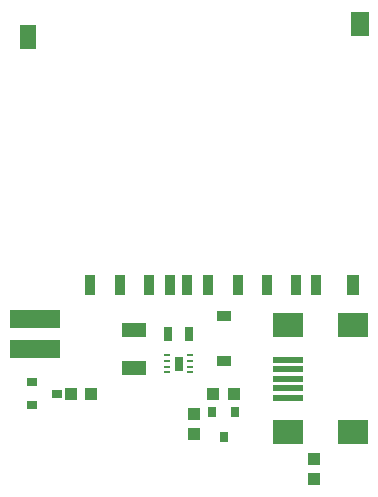
<source format=gbr>
G04 EAGLE Gerber RS-274X export*
G75*
%MOMM*%
%FSLAX34Y34*%
%LPD*%
%INSolderpaste Top*%
%IPPOS*%
%AMOC8*
5,1,8,0,0,1.08239X$1,22.5*%
G01*
%ADD10R,1.100000X1.000000*%
%ADD11R,0.800000X0.900000*%
%ADD12R,1.000000X1.100000*%
%ADD13R,0.800000X1.200000*%
%ADD14R,1.300000X0.900000*%
%ADD15R,0.500000X0.250000*%
%ADD16R,0.700000X1.300000*%
%ADD17R,2.000000X1.200000*%
%ADD18R,2.500000X0.500000*%
%ADD19R,2.500000X2.000000*%
%ADD20R,0.900000X0.800000*%
%ADD21R,4.318000X1.524000*%
%ADD22R,0.900000X1.800000*%
%ADD23R,1.400000X2.000000*%
%ADD24R,1.527000X2.000000*%
%ADD25R,1.100000X1.800000*%


D10*
X193920Y114300D03*
X176920Y114300D03*
D11*
X185420Y77900D03*
X175920Y98900D03*
X194920Y98900D03*
D12*
X160020Y97400D03*
X160020Y80400D03*
D13*
X156320Y165100D03*
X138320Y165100D03*
D14*
X185420Y142290D03*
X185420Y180290D03*
D15*
X156820Y137200D03*
X156820Y132200D03*
X156820Y147200D03*
X156820Y142200D03*
X137820Y142200D03*
X137820Y137200D03*
X137820Y132200D03*
X137820Y147200D03*
D16*
X147320Y139700D03*
D17*
X109220Y136400D03*
X109220Y168400D03*
D12*
X261620Y42300D03*
X261620Y59300D03*
D18*
X240430Y127000D03*
X240430Y119000D03*
X240430Y143000D03*
X240430Y135000D03*
D19*
X295430Y172000D03*
X295430Y82000D03*
X240430Y172000D03*
X240430Y82000D03*
D18*
X240430Y111000D03*
D20*
X23020Y123800D03*
X23020Y104800D03*
X44020Y114300D03*
D10*
X73270Y114300D03*
X56270Y114300D03*
D21*
X25400Y152400D03*
X25400Y177800D03*
D22*
X97400Y205900D03*
X122400Y205900D03*
X139900Y205900D03*
X154900Y205900D03*
X172400Y205900D03*
X197400Y205900D03*
X222400Y205900D03*
X246600Y205900D03*
X263600Y205900D03*
D23*
X20140Y415900D03*
D24*
X300990Y427400D03*
D25*
X295100Y205900D03*
D22*
X72400Y205900D03*
M02*

</source>
